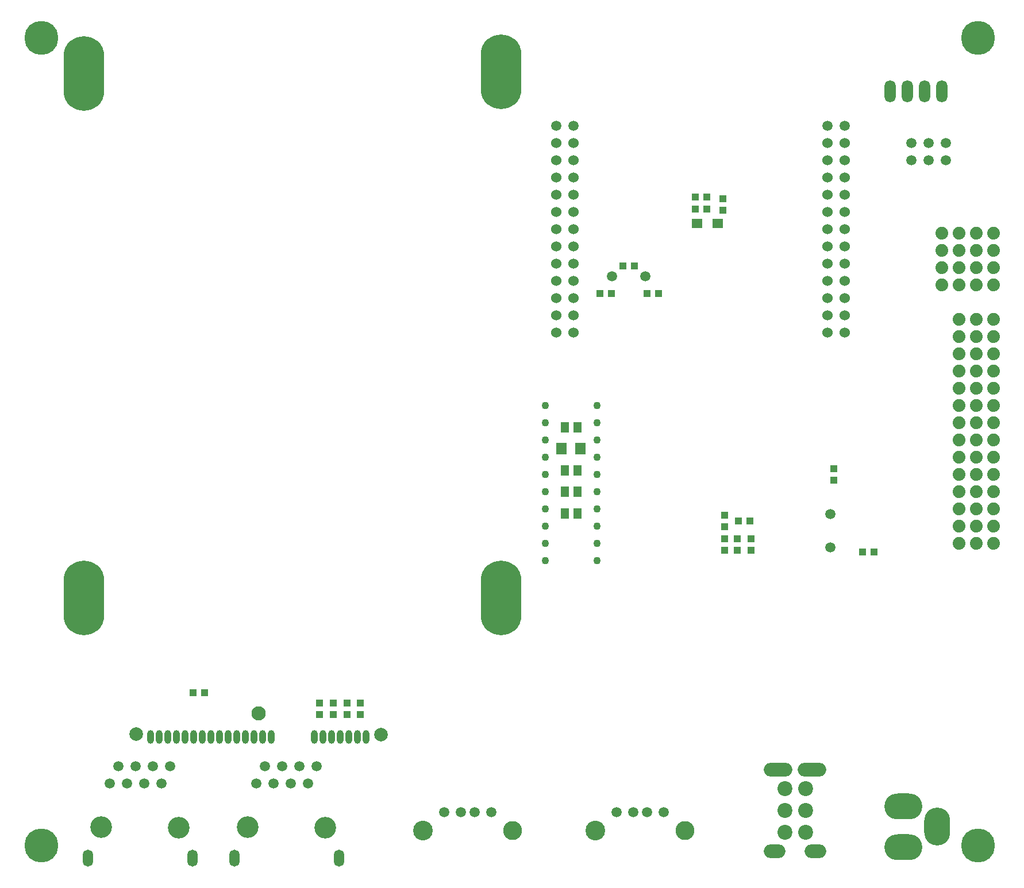
<source format=gbs>
G04 (created by PCBNEW (2013-03-19 BZR 4004)-stable) date 2015/1/22 14:09:10*
%MOIN*%
G04 Gerber Fmt 3.4, Leading zero omitted, Abs format*
%FSLAX34Y34*%
G01*
G70*
G90*
G04 APERTURE LIST*
%ADD10C,0*%
%ADD11R,0.0629X0.0708*%
%ADD12R,0.0511X0.059*%
%ADD13O,0.15X0.22*%
%ADD14O,0.22X0.15*%
%ADD15C,0.19685*%
%ADD16C,0.06*%
%ADD17C,0.0593*%
%ADD18C,0.0433071*%
%ADD19R,0.0433X0.0393*%
%ADD20R,0.0393X0.0433*%
%ADD21C,0.0591*%
%ADD22R,0.0629X0.0551*%
%ADD23C,0.074*%
%ADD24C,0.114173*%
%ADD25C,0.110236*%
%ADD26O,0.0645X0.129*%
%ADD27O,0.23622X0.433071*%
%ADD28C,0.0866142*%
%ADD29O,0.125984X0.0787402*%
%ADD30O,0.165354X0.0787402*%
%ADD31C,0.125984*%
%ADD32O,0.0590551X0.0984252*%
%ADD33O,0.0393701X0.0787402*%
%ADD34C,0.0787402*%
%ADD35C,0.0826772*%
G04 APERTURE END LIST*
G54D10*
G54D11*
X56949Y-53750D03*
X58051Y-53750D03*
G54D12*
X57874Y-55000D03*
X57126Y-55000D03*
G54D13*
X78750Y-75680D03*
G54D14*
X76780Y-74500D03*
X76780Y-76860D03*
G54D15*
X81102Y-76771D03*
X26771Y-76771D03*
X81102Y-29921D03*
G54D16*
X57631Y-47001D03*
X56631Y-47001D03*
X57631Y-46001D03*
X56631Y-46001D03*
X57631Y-45001D03*
X56631Y-45001D03*
X57631Y-44001D03*
X56631Y-44001D03*
X57631Y-43001D03*
X56631Y-43001D03*
X57631Y-42001D03*
X56631Y-42001D03*
X57631Y-41001D03*
X56631Y-41001D03*
X57631Y-40001D03*
X56631Y-40001D03*
X57631Y-39001D03*
X56631Y-39001D03*
X57631Y-38001D03*
X56631Y-38001D03*
X57631Y-37001D03*
X56631Y-37001D03*
X57631Y-36001D03*
X56631Y-36001D03*
G54D17*
X57631Y-35001D03*
X56631Y-35001D03*
G54D16*
X73379Y-47001D03*
X72379Y-47001D03*
X73379Y-46001D03*
X72379Y-46001D03*
X73379Y-45001D03*
X72379Y-45001D03*
X73379Y-44001D03*
X72379Y-44001D03*
X73379Y-43001D03*
X72379Y-43001D03*
X73379Y-42001D03*
X72379Y-42001D03*
X73379Y-41001D03*
X72379Y-41001D03*
X73379Y-40001D03*
X72379Y-40001D03*
X73379Y-39001D03*
X72379Y-39001D03*
X73379Y-38001D03*
X72379Y-38001D03*
X73379Y-37001D03*
X72379Y-37001D03*
X73379Y-36001D03*
X72379Y-36001D03*
G54D17*
X73379Y-35001D03*
X72379Y-35001D03*
G54D18*
X59000Y-60250D03*
X59000Y-59250D03*
X59000Y-58250D03*
X59000Y-57250D03*
X59000Y-56250D03*
X59000Y-55250D03*
X59000Y-54250D03*
X59000Y-53250D03*
X59000Y-52250D03*
X59000Y-51250D03*
X56000Y-51250D03*
X56000Y-52250D03*
X56000Y-53250D03*
X56000Y-54250D03*
X56000Y-55250D03*
X56000Y-56250D03*
X56000Y-57250D03*
X56000Y-58250D03*
X56000Y-59250D03*
X56000Y-60250D03*
G54D12*
X57126Y-57500D03*
X57874Y-57500D03*
X57126Y-56250D03*
X57874Y-56250D03*
X57126Y-52500D03*
X57874Y-52500D03*
G54D19*
X66302Y-39245D03*
X66302Y-39913D03*
G54D20*
X61184Y-43150D03*
X60516Y-43150D03*
G54D21*
X59887Y-43726D03*
X61809Y-43726D03*
G54D22*
X64812Y-40679D03*
X65992Y-40679D03*
G54D20*
X45280Y-68511D03*
X45280Y-69179D03*
X44492Y-68511D03*
X44492Y-69179D03*
X43705Y-68511D03*
X43705Y-69179D03*
X42918Y-68511D03*
X42918Y-69179D03*
G54D19*
X36234Y-67900D03*
X35566Y-67900D03*
X64718Y-39129D03*
X65386Y-39129D03*
X64718Y-39829D03*
X65386Y-39829D03*
X61916Y-44750D03*
X62584Y-44750D03*
G54D20*
X72750Y-55584D03*
X72750Y-54916D03*
G54D19*
X67881Y-57954D03*
X67213Y-57954D03*
G54D20*
X66397Y-58288D03*
X66397Y-57620D03*
X67147Y-59638D03*
X67147Y-58970D03*
X67947Y-58970D03*
X67947Y-59638D03*
X66397Y-58970D03*
X66397Y-59638D03*
G54D19*
X74416Y-59750D03*
X75084Y-59750D03*
X59834Y-44750D03*
X59166Y-44750D03*
G54D23*
X82000Y-50250D03*
X81000Y-50250D03*
X80000Y-50250D03*
X82000Y-49250D03*
X81000Y-49250D03*
X80000Y-49250D03*
X82000Y-54250D03*
X81000Y-54250D03*
X80000Y-54250D03*
X82000Y-51250D03*
X81000Y-51250D03*
X80000Y-51250D03*
X82000Y-48250D03*
X81000Y-48250D03*
X80000Y-48250D03*
X82000Y-52250D03*
X81000Y-52250D03*
X80000Y-52250D03*
X82000Y-53250D03*
X81000Y-53250D03*
X80000Y-53250D03*
X82000Y-55250D03*
X81000Y-55250D03*
X80000Y-55250D03*
X82000Y-59250D03*
X81000Y-59250D03*
X80000Y-59250D03*
X82000Y-46250D03*
X81000Y-46250D03*
X80000Y-46250D03*
X82000Y-47250D03*
X81000Y-47250D03*
X80000Y-47250D03*
G54D17*
X61106Y-74856D03*
X61893Y-74856D03*
X62877Y-74856D03*
X60122Y-74856D03*
G54D24*
X58901Y-75919D03*
G54D25*
X64098Y-75919D03*
G54D17*
X51106Y-74856D03*
X51893Y-74856D03*
X52877Y-74856D03*
X50122Y-74856D03*
G54D24*
X48901Y-75919D03*
G54D25*
X54098Y-75919D03*
G54D26*
X76000Y-33000D03*
X77000Y-33000D03*
X78000Y-33000D03*
X79000Y-33000D03*
G54D15*
X26771Y-29921D03*
G54D27*
X53444Y-31889D03*
X29232Y-31988D03*
X53444Y-62401D03*
X29232Y-62401D03*
G54D23*
X82000Y-42250D03*
X81000Y-42250D03*
X80000Y-42250D03*
X79000Y-42250D03*
X82000Y-41250D03*
X81000Y-41250D03*
X80000Y-41250D03*
X79000Y-41250D03*
X82000Y-43250D03*
X81000Y-43250D03*
X80000Y-43250D03*
X79000Y-43250D03*
X79000Y-44250D03*
X80000Y-44250D03*
X81000Y-44250D03*
X82000Y-44250D03*
X82000Y-58250D03*
X81000Y-58250D03*
X80000Y-58250D03*
X82000Y-57250D03*
X81000Y-57250D03*
X80000Y-57250D03*
X82000Y-56250D03*
X81000Y-56250D03*
X80000Y-56250D03*
G54D28*
X71090Y-76009D03*
X69909Y-76009D03*
X71090Y-74750D03*
X69909Y-74750D03*
X71090Y-73490D03*
X69909Y-73490D03*
G54D29*
X69318Y-77112D03*
X71681Y-77112D03*
G54D30*
X71484Y-72387D03*
X69515Y-72387D03*
G54D17*
X77250Y-37000D03*
X77250Y-36000D03*
X78250Y-37000D03*
X78250Y-36000D03*
X79250Y-37000D03*
X79250Y-36000D03*
G54D21*
X72550Y-57539D03*
X72550Y-59461D03*
G54D17*
X40750Y-72181D03*
X41250Y-73181D03*
X42250Y-73181D03*
X42750Y-72181D03*
X41750Y-72181D03*
X39250Y-73181D03*
X39750Y-72181D03*
X40250Y-73181D03*
G54D31*
X38755Y-75710D03*
X43244Y-75750D03*
G54D32*
X44031Y-77521D03*
X37968Y-77521D03*
G54D17*
X32250Y-72181D03*
X32750Y-73181D03*
X33750Y-73181D03*
X34250Y-72181D03*
X33250Y-72181D03*
X30750Y-73181D03*
X31250Y-72181D03*
X31750Y-73181D03*
G54D31*
X30255Y-75710D03*
X34744Y-75750D03*
G54D32*
X35531Y-77521D03*
X29468Y-77521D03*
G54D33*
X45620Y-70472D03*
X45120Y-70472D03*
X44620Y-70472D03*
X44120Y-70472D03*
X43620Y-70472D03*
X43120Y-70472D03*
X42620Y-70472D03*
X40120Y-70472D03*
X39620Y-70472D03*
X39120Y-70472D03*
X38620Y-70472D03*
X38120Y-70472D03*
X37620Y-70472D03*
X37120Y-70472D03*
X36620Y-70472D03*
X36120Y-70472D03*
X35620Y-70472D03*
X35120Y-70472D03*
X34620Y-70472D03*
X34120Y-70472D03*
X33620Y-70472D03*
X33120Y-70472D03*
G54D34*
X32283Y-70314D03*
X46456Y-70354D03*
G54D35*
X39370Y-69094D03*
M02*

</source>
